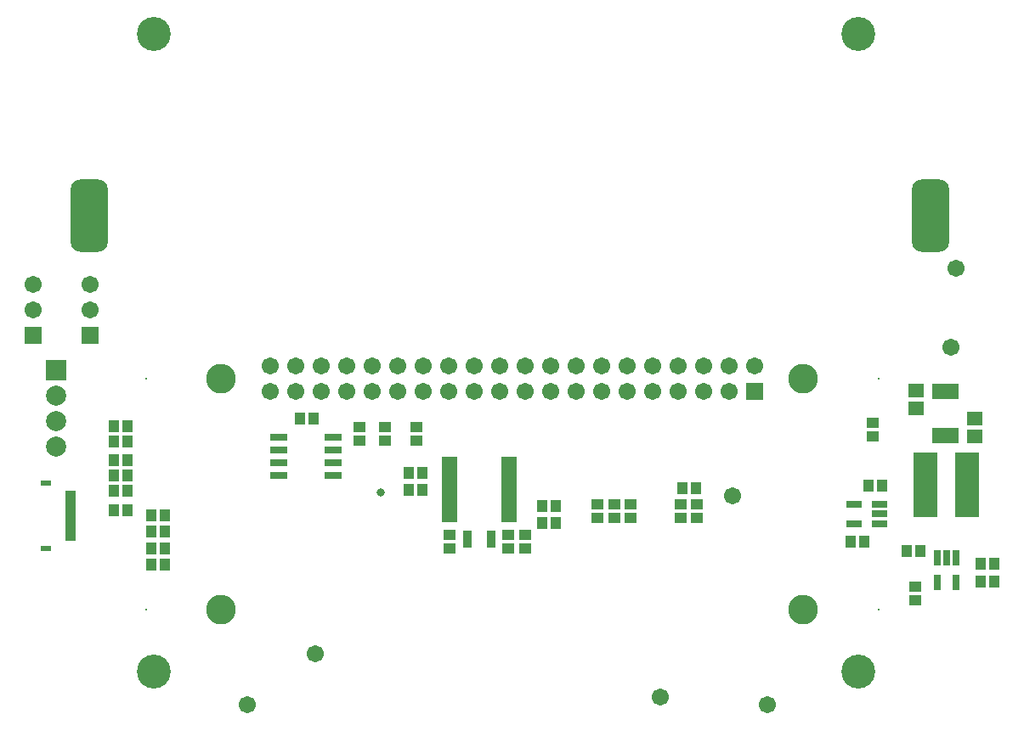
<source format=gts>
G04 Layer_Color=8388736*
%FSLAX44Y44*%
%MOMM*%
G71*
G01*
G75*
%ADD76R,1.1032X1.2032*%
%ADD77R,0.9532X1.6532*%
%ADD78R,1.6532X0.8032*%
%ADD79R,1.6032X0.6532*%
%ADD80R,0.6532X1.5532*%
%ADD81R,1.6032X0.8032*%
%ADD82R,1.2032X1.1032*%
%ADD83R,2.3532X6.5032*%
%ADD84R,1.6032X1.3532*%
G04:AMPARAMS|DCode=85|XSize=3.7032mm|YSize=7.2032mm|CornerRadius=0.9766mm|HoleSize=0mm|Usage=FLASHONLY|Rotation=0.000|XOffset=0mm|YOffset=0mm|HoleType=Round|Shape=RoundedRectangle|*
%AMROUNDEDRECTD85*
21,1,3.7032,5.2500,0,0,0.0*
21,1,1.7500,7.2032,0,0,0.0*
1,1,1.9532,0.8750,-2.6250*
1,1,1.9532,-0.8750,-2.6250*
1,1,1.9532,-0.8750,2.6250*
1,1,1.9532,0.8750,2.6250*
%
%ADD85ROUNDEDRECTD85*%
%ADD86R,1.0032X0.5032*%
%ADD87R,1.0032X0.6032*%
%ADD88R,0.8032X1.6032*%
%ADD89C,1.7032*%
%ADD90R,1.7032X1.7032*%
%ADD91C,2.0032*%
%ADD92R,2.0032X2.0032*%
%ADD93C,2.9532*%
%ADD94C,1.7112*%
%ADD95R,1.7112X1.7112*%
G04:AMPARAMS|DCode=96|XSize=0.2032mm|YSize=0.2032mm|CornerRadius=0mm|HoleSize=0mm|Usage=FLASHONLY|Rotation=0.000|XOffset=0mm|YOffset=0mm|HoleType=Round|Shape=RoundedRectangle|*
%AMROUNDEDRECTD96*
21,1,0.2032,0.2032,0,0,0.0*
21,1,0.2032,0.2032,0,0,0.0*
1,1,0.0000,0.1016,-0.1016*
1,1,0.0000,-0.1016,-0.1016*
1,1,0.0000,-0.1016,0.1016*
1,1,0.0000,0.1016,0.1016*
%
%ADD96ROUNDEDRECTD96*%
%ADD97C,3.3782*%
%ADD98C,0.8032*%
D76*
X108350Y237490D02*
D03*
X94850D02*
D03*
X145180Y180340D02*
D03*
X131680D02*
D03*
X145180Y163830D02*
D03*
X131680D02*
D03*
X145180Y196850D02*
D03*
X131680D02*
D03*
X145180Y213360D02*
D03*
X131680D02*
D03*
X108350Y252730D02*
D03*
X94850D02*
D03*
X108350Y218440D02*
D03*
X94850D02*
D03*
X108350Y302260D02*
D03*
X94850D02*
D03*
X108350Y287020D02*
D03*
X94850D02*
D03*
X108350Y267970D02*
D03*
X94850D02*
D03*
X535070Y222250D02*
D03*
X521570D02*
D03*
X280270Y309880D02*
D03*
X293770D02*
D03*
X521570Y205740D02*
D03*
X535070D02*
D03*
X401720Y255270D02*
D03*
X388220D02*
D03*
X401720Y238760D02*
D03*
X388220D02*
D03*
X898290Y177800D02*
D03*
X884790D02*
D03*
X828910Y186690D02*
D03*
X842410D02*
D03*
X860190Y242570D02*
D03*
X846690D02*
D03*
X661270Y240030D02*
D03*
X674770D02*
D03*
X971950Y165100D02*
D03*
X958450D02*
D03*
X971950Y147320D02*
D03*
X958450D02*
D03*
D77*
X470470Y189230D02*
D03*
X446470D02*
D03*
D78*
X313000Y252730D02*
D03*
Y265430D02*
D03*
Y278130D02*
D03*
Y290830D02*
D03*
X258500Y252730D02*
D03*
Y265430D02*
D03*
Y278130D02*
D03*
Y290830D02*
D03*
D79*
X487970Y209510D02*
D03*
Y216010D02*
D03*
Y222510D02*
D03*
Y229010D02*
D03*
Y235510D02*
D03*
Y242010D02*
D03*
Y248510D02*
D03*
Y255010D02*
D03*
Y261510D02*
D03*
Y268010D02*
D03*
X428970Y209510D02*
D03*
Y216010D02*
D03*
Y222510D02*
D03*
Y229010D02*
D03*
Y235510D02*
D03*
Y242010D02*
D03*
Y248510D02*
D03*
Y255010D02*
D03*
Y261510D02*
D03*
Y268010D02*
D03*
D80*
X933040Y337210D02*
D03*
X926540D02*
D03*
X920040D02*
D03*
X913540D02*
D03*
X933040Y292710D02*
D03*
X926540D02*
D03*
X920040D02*
D03*
X913540D02*
D03*
D81*
X832050Y205130D02*
D03*
Y224130D02*
D03*
X857050D02*
D03*
Y214630D02*
D03*
Y205130D02*
D03*
D82*
X396240Y287890D02*
D03*
Y301390D02*
D03*
X364490Y287890D02*
D03*
Y301390D02*
D03*
X339090Y287890D02*
D03*
Y301390D02*
D03*
X504190Y179940D02*
D03*
Y193440D02*
D03*
X487680Y179940D02*
D03*
Y193440D02*
D03*
X429260Y179940D02*
D03*
Y193440D02*
D03*
X892810Y141770D02*
D03*
Y128270D02*
D03*
X659130Y210420D02*
D03*
Y223920D02*
D03*
X675640Y210420D02*
D03*
Y223920D02*
D03*
X576580D02*
D03*
Y210420D02*
D03*
X593090D02*
D03*
Y223920D02*
D03*
X609600D02*
D03*
Y210420D02*
D03*
X850900Y292100D02*
D03*
Y305600D02*
D03*
D83*
X902970Y243840D02*
D03*
X944470D02*
D03*
D84*
X894080Y320180D02*
D03*
Y337680D02*
D03*
X952500Y309740D02*
D03*
Y292240D02*
D03*
D85*
X70250Y511810D02*
D03*
X908250D02*
D03*
D86*
X51670Y190110D02*
D03*
Y195110D02*
D03*
Y200110D02*
D03*
Y205110D02*
D03*
Y210110D02*
D03*
Y215110D02*
D03*
Y220110D02*
D03*
Y225110D02*
D03*
Y230110D02*
D03*
Y235110D02*
D03*
D87*
X26670Y180110D02*
D03*
Y245110D02*
D03*
D88*
X934060Y146250D02*
D03*
X915060D02*
D03*
Y171250D02*
D03*
X924560D02*
D03*
X934060D02*
D03*
D89*
X71120Y443230D02*
D03*
Y417830D02*
D03*
X13970Y443230D02*
D03*
Y417830D02*
D03*
X295402Y75438D02*
D03*
X933450Y459740D02*
D03*
X711200Y232410D02*
D03*
X638810Y31750D02*
D03*
X227330Y24130D02*
D03*
X745490D02*
D03*
X928370Y381000D02*
D03*
D90*
X71120Y392430D02*
D03*
X13970D02*
D03*
D91*
X36830Y281940D02*
D03*
Y307340D02*
D03*
Y332740D02*
D03*
D92*
Y358140D02*
D03*
D93*
X201490Y349250D02*
D03*
Y119250D02*
D03*
X781490Y349250D02*
D03*
Y119250D02*
D03*
D94*
X250190Y361950D02*
D03*
Y336550D02*
D03*
X275590Y361950D02*
D03*
Y336550D02*
D03*
X300990Y361950D02*
D03*
Y336550D02*
D03*
X326390Y361950D02*
D03*
Y336550D02*
D03*
X351790Y361950D02*
D03*
Y336550D02*
D03*
X377190Y361950D02*
D03*
Y336550D02*
D03*
X402590Y361950D02*
D03*
Y336550D02*
D03*
X427990Y361950D02*
D03*
Y336550D02*
D03*
X453390Y361950D02*
D03*
Y336550D02*
D03*
X478790Y361950D02*
D03*
Y336550D02*
D03*
X504190Y361950D02*
D03*
Y336550D02*
D03*
X529590Y361950D02*
D03*
Y336550D02*
D03*
X554990Y361950D02*
D03*
Y336550D02*
D03*
X580390Y361950D02*
D03*
Y336550D02*
D03*
X605790Y361950D02*
D03*
Y336550D02*
D03*
X631190Y361950D02*
D03*
Y336550D02*
D03*
X656590Y361950D02*
D03*
Y336550D02*
D03*
X681990Y361950D02*
D03*
Y336550D02*
D03*
X707390Y361950D02*
D03*
Y336550D02*
D03*
X732790Y361950D02*
D03*
D95*
Y336550D02*
D03*
D96*
X126490Y349250D02*
D03*
Y119250D02*
D03*
X856490Y349250D02*
D03*
Y119250D02*
D03*
D97*
X836676Y693166D02*
D03*
Y57150D02*
D03*
X134620D02*
D03*
Y693166D02*
D03*
D98*
X360680Y236220D02*
D03*
M02*

</source>
